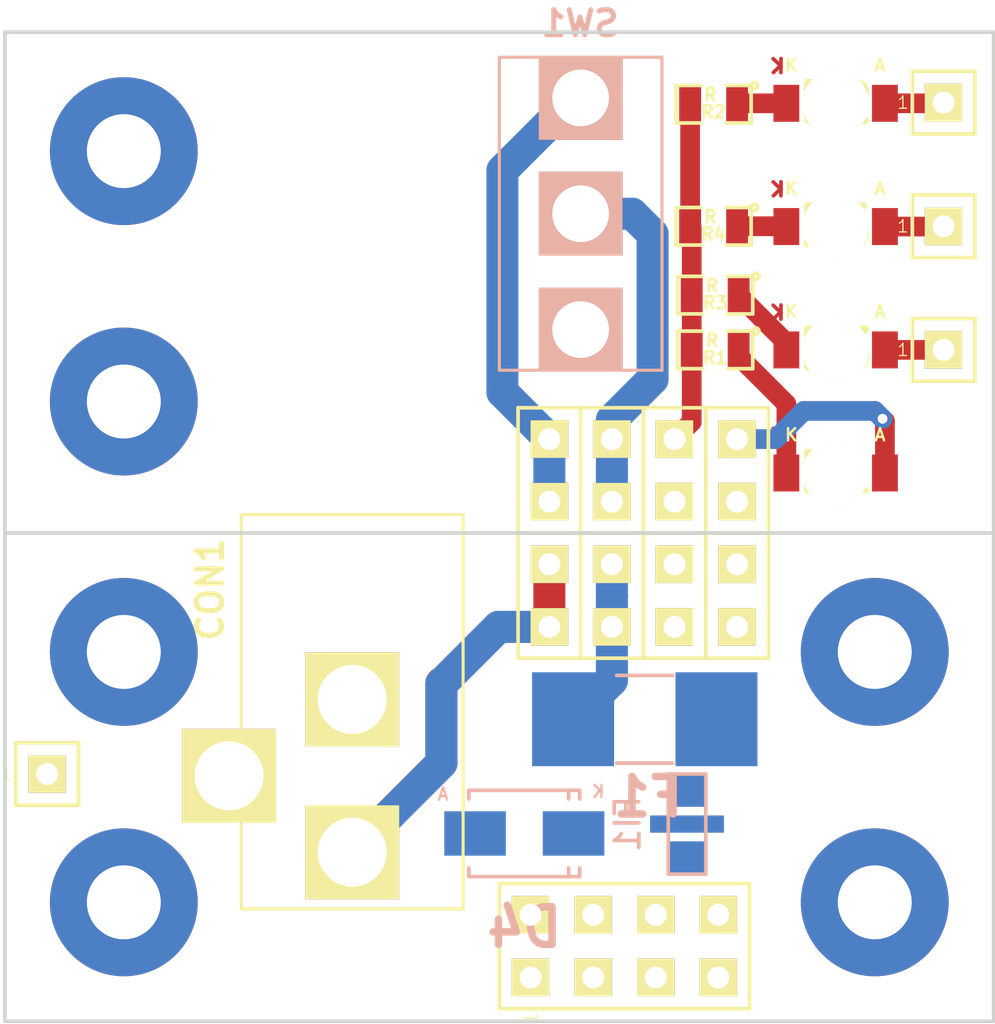
<source format=kicad_pcb>
(kicad_pcb (version 4) (host pcbnew 4.0.1-stable)

  (general
    (links 46)
    (no_connects 27)
    (area 0.178999 -40.461001 40.461001 -0.178999)
    (thickness 1.6)
    (drawings 5)
    (tracks 54)
    (zones 0)
    (modules 32)
    (nets 17)
  )

  (page A4)
  (layers
    (0 F.Cu signal)
    (31 B.Cu signal)
    (32 B.Adhes user)
    (33 F.Adhes user)
    (34 B.Paste user)
    (35 F.Paste user)
    (36 B.SilkS user)
    (37 F.SilkS user)
    (38 B.Mask user)
    (39 F.Mask user)
    (40 Dwgs.User user)
    (41 Cmts.User user)
    (42 Eco1.User user)
    (43 Eco2.User user)
    (44 Edge.Cuts user)
    (45 Margin user)
    (46 B.CrtYd user)
    (47 F.CrtYd user)
    (48 B.Fab user)
    (49 F.Fab user)
  )

  (setup
    (last_trace_width 1.3)
    (user_trace_width 0.6)
    (user_trace_width 0.7)
    (user_trace_width 0.8)
    (user_trace_width 1.3)
    (trace_clearance 0.2)
    (zone_clearance 0.508)
    (zone_45_only no)
    (trace_min 0.2)
    (segment_width 0.2)
    (edge_width 0.15)
    (via_size 0.6)
    (via_drill 0.4)
    (via_min_size 0.4)
    (via_min_drill 0.3)
    (uvia_size 0.3)
    (uvia_drill 0.1)
    (uvias_allowed no)
    (uvia_min_size 0.2)
    (uvia_min_drill 0.1)
    (pcb_text_width 0.3)
    (pcb_text_size 1.5 1.5)
    (mod_edge_width 0.15)
    (mod_text_size 1 1)
    (mod_text_width 0.15)
    (pad_size 1.524 1.524)
    (pad_drill 0.762)
    (pad_to_mask_clearance 0.2)
    (aux_axis_origin 0 0)
    (visible_elements FFFFFF7F)
    (pcbplotparams
      (layerselection 0x00030_80000001)
      (usegerberextensions false)
      (excludeedgelayer true)
      (linewidth 0.300000)
      (plotframeref false)
      (viasonmask false)
      (mode 1)
      (useauxorigin false)
      (hpglpennumber 1)
      (hpglpenspeed 20)
      (hpglpendiameter 15)
      (hpglpenoverlay 2)
      (psnegative false)
      (psa4output false)
      (plotreference true)
      (plotvalue true)
      (plotinvisibletext false)
      (padsonsilk false)
      (subtractmaskfromsilk false)
      (outputformat 1)
      (mirror false)
      (drillshape 1)
      (scaleselection 1)
      (outputdirectory ""))
  )

  (net 0 "")
  (net 1 GND)
  (net 2 "Net-(CON1-Pad3)")
  (net 3 "Net-(D1-Pad1)")
  (net 4 "Net-(D1-Pad2)")
  (net 5 "Net-(D2-Pad1)")
  (net 6 "Net-(D2-Pad2)")
  (net 7 "Net-(D3-Pad1)")
  (net 8 "Net-(D3-Pad2)")
  (net 9 "Net-(D4-Pad1)")
  (net 10 "Net-(F1-Pad1)")
  (net 11 "Net-(J2-Pad1)")
  (net 12 "Net-(J4-Pad1)")
  (net 13 VCC)
  (net 14 "Net-(D5-Pad1)")
  (net 15 "Net-(D5-Pad2)")
  (net 16 "Net-(CON1-Pad1)")

  (net_class Default "Toto je výchozí třída sítě."
    (clearance 0.2)
    (trace_width 0.25)
    (via_dia 0.6)
    (via_drill 0.4)
    (uvia_dia 0.3)
    (uvia_drill 0.1)
    (add_net GND)
    (add_net "Net-(CON1-Pad1)")
    (add_net "Net-(CON1-Pad3)")
    (add_net "Net-(D1-Pad1)")
    (add_net "Net-(D1-Pad2)")
    (add_net "Net-(D2-Pad1)")
    (add_net "Net-(D2-Pad2)")
    (add_net "Net-(D3-Pad1)")
    (add_net "Net-(D3-Pad2)")
    (add_net "Net-(D4-Pad1)")
    (add_net "Net-(D5-Pad1)")
    (add_net "Net-(D5-Pad2)")
    (add_net "Net-(F1-Pad1)")
    (add_net "Net-(J2-Pad1)")
    (add_net "Net-(J4-Pad1)")
    (add_net VCC)
  )

  (module Mlab_Pin_Headers:Straight_2x04 (layer F.Cu) (tedit 5535DB57) (tstamp 56BDABF1)
    (at 25.4 -3.302 90)
    (descr "pin header straight 2x04")
    (tags "pin header straight 2x04")
    (path /56BDAD1E)
    (fp_text reference J8 (at 0 -6.35 90) (layer F.SilkS) hide
      (effects (font (size 1.5 1.5) (thickness 0.15)))
    )
    (fp_text value JUMP_4X2 (at 0 6.35 90) (layer F.SilkS) hide
      (effects (font (size 1.5 1.5) (thickness 0.15)))
    )
    (fp_text user 1 (at -2.921 -3.81 90) (layer F.SilkS)
      (effects (font (size 0.5 0.5) (thickness 0.05)))
    )
    (fp_line (start -2.54 -5.08) (end 2.54 -5.08) (layer F.SilkS) (width 0.15))
    (fp_line (start 2.54 -5.08) (end 2.54 5.08) (layer F.SilkS) (width 0.15))
    (fp_line (start 2.54 5.08) (end -2.54 5.08) (layer F.SilkS) (width 0.15))
    (fp_line (start -2.54 5.08) (end -2.54 -5.08) (layer F.SilkS) (width 0.15))
    (pad 1 thru_hole rect (at -1.27 -3.81 90) (size 1.524 1.524) (drill 0.889) (layers *.Cu *.Mask F.SilkS)
      (net 1 GND))
    (pad 2 thru_hole rect (at 1.27 -3.81 90) (size 1.524 1.524) (drill 0.889) (layers *.Cu *.Mask F.SilkS)
      (net 1 GND))
    (pad 3 thru_hole rect (at -1.27 -1.27 90) (size 1.524 1.524) (drill 0.889) (layers *.Cu *.Mask F.SilkS)
      (net 13 VCC))
    (pad 4 thru_hole rect (at 1.27 -1.27 90) (size 1.524 1.524) (drill 0.889) (layers *.Cu *.Mask F.SilkS)
      (net 13 VCC))
    (pad 5 thru_hole rect (at -1.27 1.27 90) (size 1.524 1.524) (drill 0.889) (layers *.Cu *.Mask F.SilkS)
      (net 13 VCC))
    (pad 6 thru_hole rect (at 1.27 1.27 90) (size 1.524 1.524) (drill 0.889) (layers *.Cu *.Mask F.SilkS)
      (net 13 VCC))
    (pad 7 thru_hole rect (at -1.27 3.81 90) (size 1.524 1.524) (drill 0.889) (layers *.Cu *.Mask F.SilkS)
      (net 1 GND))
    (pad 8 thru_hole rect (at 1.27 3.81 90) (size 1.524 1.524) (drill 0.889) (layers *.Cu *.Mask F.SilkS)
      (net 1 GND))
    (model Pin_Headers/Pin_Header_Straight_2x04.wrl
      (at (xyz 0 0 0))
      (scale (xyz 1 1 1))
      (rotate (xyz 0 0 90))
    )
  )

  (module Mlab_CON:DC2,1MM placed (layer F.Cu) (tedit 556585CC) (tstamp 56BDAB96)
    (at 14.351 -10.922 90)
    (tags "DC2,1MM nap. konektor")
    (path /56BDACD7)
    (fp_text reference CON1 (at 6.8453 -5.7658 90) (layer F.SilkS)
      (effects (font (size 1.016 1.016) (thickness 0.2032)))
    )
    (fp_text value JACK_DC2.1 (at 2.2225 3.5433 90) (layer F.SilkS) hide
      (effects (font (size 1.016 1.016) (thickness 0.2032)))
    )
    (fp_line (start 9.89 -4.5) (end -6.11 -4.5) (layer F.SilkS) (width 0.127))
    (fp_line (start 9.89 4.5) (end 9.89 -4.5) (layer F.SilkS) (width 0.127))
    (fp_line (start -6.11 4.5) (end 9.89 4.5) (layer F.SilkS) (width 0.127))
    (fp_line (start -6.11 -4.5) (end -6.11 4.5) (layer F.SilkS) (width 0.127))
    (pad 2 thru_hole rect (at 2.39 0 90) (size 3.81 3.81) (drill 2.8) (layers *.Cu *.Mask F.SilkS)
      (net 1 GND))
    (pad 1 thru_hole rect (at -3.81 0 90) (size 3.81 3.81) (drill 2.8) (layers *.Cu *.Mask F.SilkS)
      (net 16 "Net-(CON1-Pad1)"))
    (pad 3 thru_hole rect (at -0.71 -5 90) (size 3.81 3.81) (drill 2.8) (layers *.Cu *.Mask F.SilkS)
      (net 2 "Net-(CON1-Pad3)"))
  )

  (module Mlab_L:FIR1 (layer B.Cu) (tedit 54BBE5C1) (tstamp 56BDABBE)
    (at 27.94 -8.255 270)
    (path /56BDAF4D)
    (fp_text reference FI1 (at 0 2.413 270) (layer B.SilkS)
      (effects (font (size 1 1) (thickness 0.15)) (justify mirror))
    )
    (fp_text value EMI_FILTER (at 2.794 -1.905 270) (layer B.SilkS) hide
      (effects (font (size 1 1) (thickness 0.15)) (justify mirror))
    )
    (fp_line (start -2.032 0.762) (end 2.032 0.762) (layer B.SilkS) (width 0.15))
    (fp_line (start 2.032 0.762) (end 2.032 -0.762) (layer B.SilkS) (width 0.15))
    (fp_line (start 2.032 -0.762) (end -2.032 -0.762) (layer B.SilkS) (width 0.15))
    (fp_line (start -2.032 -0.762) (end -2.032 0.762) (layer B.SilkS) (width 0.15))
    (fp_line (start -2.032 0.762) (end -2.032 0.635) (layer B.SilkS) (width 0.15))
    (pad 1 smd rect (at -1.35 0 270) (size 1.3 1.5) (layers B.Cu B.Paste B.Mask)
      (net 9 "Net-(D4-Pad1)"))
    (pad 2 smd rect (at 0 0 270) (size 0.7 3) (layers B.Cu B.Paste B.Mask)
      (net 1 GND))
    (pad 3 smd rect (at 1.35 0 270) (size 1.3 1.5) (layers B.Cu B.Paste B.Mask)
      (net 13 VCC))
    (model MLAB_3D/Resistors/chip_cms.wrl
      (at (xyz 0 0 0))
      (scale (xyz 0.13 0.13 0.13))
      (rotate (xyz 0 0 0))
    )
  )

  (module Mlab_Pin_Headers:Straight_1x02 (layer F.Cu) (tedit 5535DB0D) (tstamp 56BDABC4)
    (at 22.352 -17.526)
    (descr "pin header straight 1x02")
    (tags "pin header straight 1x02")
    (path /56BDBD4C)
    (fp_text reference J1 (at 0 -3.81) (layer F.SilkS) hide
      (effects (font (size 1.5 1.5) (thickness 0.15)))
    )
    (fp_text value CONN1_2 (at 0 3.81) (layer F.SilkS) hide
      (effects (font (size 1.5 1.5) (thickness 0.15)))
    )
    (fp_text user 1 (at -1.651 -1.27) (layer F.SilkS) hide
      (effects (font (size 0.5 0.5) (thickness 0.05)))
    )
    (fp_line (start -1.27 -2.54) (end 1.27 -2.54) (layer F.SilkS) (width 0.15))
    (fp_line (start 1.27 -2.54) (end 1.27 2.54) (layer F.SilkS) (width 0.15))
    (fp_line (start 1.27 2.54) (end -1.27 2.54) (layer F.SilkS) (width 0.15))
    (fp_line (start -1.27 2.54) (end -1.27 -2.54) (layer F.SilkS) (width 0.15))
    (pad 2 thru_hole rect (at 0 1.27) (size 1.524 1.524) (drill 0.889) (layers *.Cu *.Mask F.SilkS)
      (net 16 "Net-(CON1-Pad1)"))
    (pad 1 thru_hole rect (at 0 -1.27) (size 1.524 1.524) (drill 0.889) (layers *.Cu *.Mask F.SilkS)
      (net 16 "Net-(CON1-Pad1)"))
    (model Pin_Headers/Pin_Header_Straight_1x02.wrl
      (at (xyz 0 0 0))
      (scale (xyz 1 1 1))
      (rotate (xyz 0 0 90))
    )
  )

  (module Mlab_Pin_Headers:Straight_1x02 (layer F.Cu) (tedit 5535DB0D) (tstamp 56BDABCA)
    (at 22.352 -22.606)
    (descr "pin header straight 1x02")
    (tags "pin header straight 1x02")
    (path /56BDBDFC)
    (fp_text reference J2 (at 0 -3.81) (layer F.SilkS) hide
      (effects (font (size 1.5 1.5) (thickness 0.15)))
    )
    (fp_text value CONN1_2 (at 0 3.81) (layer F.SilkS) hide
      (effects (font (size 1.5 1.5) (thickness 0.15)))
    )
    (fp_text user 1 (at -1.651 -1.27) (layer F.SilkS) hide
      (effects (font (size 0.5 0.5) (thickness 0.05)))
    )
    (fp_line (start -1.27 -2.54) (end 1.27 -2.54) (layer F.SilkS) (width 0.15))
    (fp_line (start 1.27 -2.54) (end 1.27 2.54) (layer F.SilkS) (width 0.15))
    (fp_line (start 1.27 2.54) (end -1.27 2.54) (layer F.SilkS) (width 0.15))
    (fp_line (start -1.27 2.54) (end -1.27 -2.54) (layer F.SilkS) (width 0.15))
    (pad 2 thru_hole rect (at 0 1.27) (size 1.524 1.524) (drill 0.889) (layers *.Cu *.Mask F.SilkS)
      (net 11 "Net-(J2-Pad1)"))
    (pad 1 thru_hole rect (at 0 -1.27) (size 1.524 1.524) (drill 0.889) (layers *.Cu *.Mask F.SilkS)
      (net 11 "Net-(J2-Pad1)"))
    (model Pin_Headers/Pin_Header_Straight_1x02.wrl
      (at (xyz 0 0 0))
      (scale (xyz 1 1 1))
      (rotate (xyz 0 0 90))
    )
  )

  (module Mlab_Pin_Headers:Straight_1x02 (layer F.Cu) (tedit 5535DB0D) (tstamp 56BDABD5)
    (at 24.892 -22.606)
    (descr "pin header straight 1x02")
    (tags "pin header straight 1x02")
    (path /56BDC2C5)
    (fp_text reference J4 (at 0 -3.81) (layer F.SilkS) hide
      (effects (font (size 1.5 1.5) (thickness 0.15)))
    )
    (fp_text value CONN1_2 (at 0 3.81) (layer F.SilkS) hide
      (effects (font (size 1.5 1.5) (thickness 0.15)))
    )
    (fp_text user 1 (at -1.651 -1.27) (layer F.SilkS) hide
      (effects (font (size 0.5 0.5) (thickness 0.05)))
    )
    (fp_line (start -1.27 -2.54) (end 1.27 -2.54) (layer F.SilkS) (width 0.15))
    (fp_line (start 1.27 -2.54) (end 1.27 2.54) (layer F.SilkS) (width 0.15))
    (fp_line (start 1.27 2.54) (end -1.27 2.54) (layer F.SilkS) (width 0.15))
    (fp_line (start -1.27 2.54) (end -1.27 -2.54) (layer F.SilkS) (width 0.15))
    (pad 2 thru_hole rect (at 0 1.27) (size 1.524 1.524) (drill 0.889) (layers *.Cu *.Mask F.SilkS)
      (net 12 "Net-(J4-Pad1)"))
    (pad 1 thru_hole rect (at 0 -1.27) (size 1.524 1.524) (drill 0.889) (layers *.Cu *.Mask F.SilkS)
      (net 12 "Net-(J4-Pad1)"))
    (model Pin_Headers/Pin_Header_Straight_1x02.wrl
      (at (xyz 0 0 0))
      (scale (xyz 1 1 1))
      (rotate (xyz 0 0 90))
    )
  )

  (module Mlab_Pin_Headers:Straight_1x02 (layer F.Cu) (tedit 5535DB0D) (tstamp 56BDABDB)
    (at 24.892 -17.526)
    (descr "pin header straight 1x02")
    (tags "pin header straight 1x02")
    (path /56BDC320)
    (fp_text reference J5 (at 0 -3.81) (layer F.SilkS) hide
      (effects (font (size 1.5 1.5) (thickness 0.15)))
    )
    (fp_text value CONN1_2 (at 0 3.81) (layer F.SilkS) hide
      (effects (font (size 1.5 1.5) (thickness 0.15)))
    )
    (fp_text user 1 (at -1.651 -1.27) (layer F.SilkS) hide
      (effects (font (size 0.5 0.5) (thickness 0.05)))
    )
    (fp_line (start -1.27 -2.54) (end 1.27 -2.54) (layer F.SilkS) (width 0.15))
    (fp_line (start 1.27 -2.54) (end 1.27 2.54) (layer F.SilkS) (width 0.15))
    (fp_line (start 1.27 2.54) (end -1.27 2.54) (layer F.SilkS) (width 0.15))
    (fp_line (start -1.27 2.54) (end -1.27 -2.54) (layer F.SilkS) (width 0.15))
    (pad 2 thru_hole rect (at 0 1.27) (size 1.524 1.524) (drill 0.889) (layers *.Cu *.Mask F.SilkS)
      (net 10 "Net-(F1-Pad1)"))
    (pad 1 thru_hole rect (at 0 -1.27) (size 1.524 1.524) (drill 0.889) (layers *.Cu *.Mask F.SilkS)
      (net 10 "Net-(F1-Pad1)"))
    (model Pin_Headers/Pin_Header_Straight_1x02.wrl
      (at (xyz 0 0 0))
      (scale (xyz 1 1 1))
      (rotate (xyz 0 0 90))
    )
  )

  (module Mlab_Pin_Headers:Straight_1x01 (layer F.Cu) (tedit 568A4984) (tstamp 56BDABE0)
    (at 38.354 -37.5285)
    (descr "pin header straight 1x01")
    (tags "pin header straight 1x01")
    (path /56BDD62A)
    (fp_text reference J6 (at 0 -2.54) (layer F.SilkS) hide
      (effects (font (size 1.5 1.5) (thickness 0.15)))
    )
    (fp_text value CONN1_1 (at 0 2.54) (layer F.SilkS) hide
      (effects (font (size 1.5 1.5) (thickness 0.15)))
    )
    (fp_text user 1 (at -1.651 0) (layer F.SilkS)
      (effects (font (size 0.5 0.5) (thickness 0.05)))
    )
    (fp_line (start -1.27 -1.27) (end 1.27 -1.27) (layer F.SilkS) (width 0.15))
    (fp_line (start 1.27 -1.27) (end 1.27 1.27) (layer F.SilkS) (width 0.15))
    (fp_line (start 1.27 1.27) (end -1.27 1.27) (layer F.SilkS) (width 0.15))
    (fp_line (start -1.27 1.27) (end -1.27 -1.27) (layer F.SilkS) (width 0.15))
    (pad 1 thru_hole rect (at 0 0) (size 1.524 1.524) (drill 0.889) (layers *.Cu *.Mask F.SilkS)
      (net 6 "Net-(D2-Pad2)"))
    (model Pin_Headers/Pin_Header_Straight_1x01.wrl
      (at (xyz 0 0 0))
      (scale (xyz 1 1 1))
      (rotate (xyz 0 0 90))
    )
  )

  (module Mlab_Pin_Headers:Straight_1x01 (layer F.Cu) (tedit 568A4984) (tstamp 56BDABE5)
    (at 38.354 -27.4955)
    (descr "pin header straight 1x01")
    (tags "pin header straight 1x01")
    (path /56BDD67C)
    (fp_text reference J7 (at 0 -2.54) (layer F.SilkS) hide
      (effects (font (size 1.5 1.5) (thickness 0.15)))
    )
    (fp_text value CONN1_1 (at 0 2.54) (layer F.SilkS) hide
      (effects (font (size 1.5 1.5) (thickness 0.15)))
    )
    (fp_text user 1 (at -1.651 0) (layer F.SilkS)
      (effects (font (size 0.5 0.5) (thickness 0.05)))
    )
    (fp_line (start -1.27 -1.27) (end 1.27 -1.27) (layer F.SilkS) (width 0.15))
    (fp_line (start 1.27 -1.27) (end 1.27 1.27) (layer F.SilkS) (width 0.15))
    (fp_line (start 1.27 1.27) (end -1.27 1.27) (layer F.SilkS) (width 0.15))
    (fp_line (start -1.27 1.27) (end -1.27 -1.27) (layer F.SilkS) (width 0.15))
    (pad 1 thru_hole rect (at 0 0) (size 1.524 1.524) (drill 0.889) (layers *.Cu *.Mask F.SilkS)
      (net 8 "Net-(D3-Pad2)"))
    (model Pin_Headers/Pin_Header_Straight_1x01.wrl
      (at (xyz 0 0 0))
      (scale (xyz 1 1 1))
      (rotate (xyz 0 0 90))
    )
  )

  (module Mlab_R:SMD-0805 (layer F.Cu) (tedit 54799E0C) (tstamp 56BDABF7)
    (at 29.083 -27.4955 180)
    (path /56BDD471)
    (attr smd)
    (fp_text reference R1 (at 0 -0.3175 180) (layer F.SilkS)
      (effects (font (size 0.50038 0.50038) (thickness 0.10922)))
    )
    (fp_text value R (at 0.127 0.381 180) (layer F.SilkS)
      (effects (font (size 0.50038 0.50038) (thickness 0.10922)))
    )
    (fp_circle (center -1.651 0.762) (end -1.651 0.635) (layer F.SilkS) (width 0.15))
    (fp_line (start -0.508 0.762) (end -1.524 0.762) (layer F.SilkS) (width 0.15))
    (fp_line (start -1.524 0.762) (end -1.524 -0.762) (layer F.SilkS) (width 0.15))
    (fp_line (start -1.524 -0.762) (end -0.508 -0.762) (layer F.SilkS) (width 0.15))
    (fp_line (start 0.508 -0.762) (end 1.524 -0.762) (layer F.SilkS) (width 0.15))
    (fp_line (start 1.524 -0.762) (end 1.524 0.762) (layer F.SilkS) (width 0.15))
    (fp_line (start 1.524 0.762) (end 0.508 0.762) (layer F.SilkS) (width 0.15))
    (pad 1 smd rect (at -0.9525 0 180) (size 0.889 1.397) (layers F.Cu F.Paste F.Mask)
      (net 3 "Net-(D1-Pad1)"))
    (pad 2 smd rect (at 0.9525 0 180) (size 0.889 1.397) (layers F.Cu F.Paste F.Mask)
      (net 1 GND))
    (model MLAB_3D/Resistors/chip_cms.wrl
      (at (xyz 0 0 0))
      (scale (xyz 0.1 0.1 0.1))
      (rotate (xyz 0 0 0))
    )
  )

  (module Mlab_R:SMD-0805 (layer F.Cu) (tedit 54799E0C) (tstamp 56BDABFD)
    (at 29.0195 -37.465 180)
    (path /56BDD507)
    (attr smd)
    (fp_text reference R2 (at 0 -0.3175 180) (layer F.SilkS)
      (effects (font (size 0.50038 0.50038) (thickness 0.10922)))
    )
    (fp_text value R (at 0.127 0.381 180) (layer F.SilkS)
      (effects (font (size 0.50038 0.50038) (thickness 0.10922)))
    )
    (fp_circle (center -1.651 0.762) (end -1.651 0.635) (layer F.SilkS) (width 0.15))
    (fp_line (start -0.508 0.762) (end -1.524 0.762) (layer F.SilkS) (width 0.15))
    (fp_line (start -1.524 0.762) (end -1.524 -0.762) (layer F.SilkS) (width 0.15))
    (fp_line (start -1.524 -0.762) (end -0.508 -0.762) (layer F.SilkS) (width 0.15))
    (fp_line (start 0.508 -0.762) (end 1.524 -0.762) (layer F.SilkS) (width 0.15))
    (fp_line (start 1.524 -0.762) (end 1.524 0.762) (layer F.SilkS) (width 0.15))
    (fp_line (start 1.524 0.762) (end 0.508 0.762) (layer F.SilkS) (width 0.15))
    (pad 1 smd rect (at -0.9525 0 180) (size 0.889 1.397) (layers F.Cu F.Paste F.Mask)
      (net 5 "Net-(D2-Pad1)"))
    (pad 2 smd rect (at 0.9525 0 180) (size 0.889 1.397) (layers F.Cu F.Paste F.Mask)
      (net 1 GND))
    (model MLAB_3D/Resistors/chip_cms.wrl
      (at (xyz 0 0 0))
      (scale (xyz 0.1 0.1 0.1))
      (rotate (xyz 0 0 0))
    )
  )

  (module Mlab_R:SMD-0805 (layer F.Cu) (tedit 54799E0C) (tstamp 56BDAC03)
    (at 29.083 -29.718 180)
    (path /56BDD55D)
    (attr smd)
    (fp_text reference R3 (at 0 -0.3175 180) (layer F.SilkS)
      (effects (font (size 0.50038 0.50038) (thickness 0.10922)))
    )
    (fp_text value R (at 0.127 0.381 180) (layer F.SilkS)
      (effects (font (size 0.50038 0.50038) (thickness 0.10922)))
    )
    (fp_circle (center -1.651 0.762) (end -1.651 0.635) (layer F.SilkS) (width 0.15))
    (fp_line (start -0.508 0.762) (end -1.524 0.762) (layer F.SilkS) (width 0.15))
    (fp_line (start -1.524 0.762) (end -1.524 -0.762) (layer F.SilkS) (width 0.15))
    (fp_line (start -1.524 -0.762) (end -0.508 -0.762) (layer F.SilkS) (width 0.15))
    (fp_line (start 0.508 -0.762) (end 1.524 -0.762) (layer F.SilkS) (width 0.15))
    (fp_line (start 1.524 -0.762) (end 1.524 0.762) (layer F.SilkS) (width 0.15))
    (fp_line (start 1.524 0.762) (end 0.508 0.762) (layer F.SilkS) (width 0.15))
    (pad 1 smd rect (at -0.9525 0 180) (size 0.889 1.397) (layers F.Cu F.Paste F.Mask)
      (net 7 "Net-(D3-Pad1)"))
    (pad 2 smd rect (at 0.9525 0 180) (size 0.889 1.397) (layers F.Cu F.Paste F.Mask)
      (net 1 GND))
    (model MLAB_3D/Resistors/chip_cms.wrl
      (at (xyz 0 0 0))
      (scale (xyz 0.1 0.1 0.1))
      (rotate (xyz 0 0 0))
    )
  )

  (module Mlab_SW:Prepinaci_3A_SL19121 placed (layer B.Cu) (tedit 556578F7) (tstamp 56BDAC0A)
    (at 23.622 -33.02 180)
    (tags "Prepinaci tlacitko 3A")
    (path /56BDAD73)
    (fp_text reference SW1 (at 0.0254 7.7216 180) (layer B.SilkS)
      (effects (font (size 1.016 1.016) (thickness 0.2032)) (justify mirror))
    )
    (fp_text value Prepinac (at -4.5593 0.2667 450) (layer B.SilkS) hide
      (effects (font (size 1.016 1.016) (thickness 0.2032)) (justify mirror))
    )
    (fp_line (start -3.3 6.35) (end 3.3 6.35) (layer B.SilkS) (width 0.127))
    (fp_line (start 3.3 6.35) (end 3.3 -6.35) (layer B.SilkS) (width 0.127))
    (fp_line (start 3.3 -6.35) (end -3.3 -6.35) (layer B.SilkS) (width 0.127))
    (fp_line (start -3.3 6.35) (end -3.3 -6.35) (layer B.SilkS) (width 0.127))
    (pad 3 thru_hole rect (at 0 -4.7 180) (size 3.4 3.4) (drill 2.3) (layers *.Cu *.Mask B.SilkS))
    (pad 2 thru_hole rect (at 0 0 180) (size 3.4 3.4) (drill 2.3) (layers *.Cu *.Mask B.SilkS)
      (net 12 "Net-(J4-Pad1)"))
    (pad 1 thru_hole rect (at 0 4.7 180) (size 3.4 3.4) (drill 2.3) (layers *.Cu *.Mask B.SilkS)
      (net 11 "Net-(J2-Pad1)"))
  )

  (module Mlab_Mechanical:MountingHole_3mm placed (layer F.Cu) (tedit 5535DB2C) (tstamp 56BDAD5B)
    (at 35.56 -15.24)
    (descr "Mounting hole, Befestigungsbohrung, 3mm, No Annular, Kein Restring,")
    (tags "Mounting hole, Befestigungsbohrung, 3mm, No Annular, Kein Restring,")
    (path /56BDDE25)
    (fp_text reference M1 (at 0 -4.191) (layer F.SilkS) hide
      (effects (font (thickness 0.3048)))
    )
    (fp_text value HOLE (at 0 4.191) (layer F.SilkS) hide
      (effects (font (thickness 0.3048)))
    )
    (fp_circle (center 0 0) (end 2.99974 0) (layer Cmts.User) (width 0.381))
    (pad 1 thru_hole circle (at 0 0) (size 6 6) (drill 3) (layers *.Cu *.Adhes *.Mask)
      (net 1 GND) (clearance 1) (zone_connect 2))
  )

  (module Mlab_Mechanical:MountingHole_3mm placed (layer F.Cu) (tedit 5535DB2C) (tstamp 56BDAD60)
    (at 5.08 -15.24)
    (descr "Mounting hole, Befestigungsbohrung, 3mm, No Annular, Kein Restring,")
    (tags "Mounting hole, Befestigungsbohrung, 3mm, No Annular, Kein Restring,")
    (path /56BDE01E)
    (fp_text reference M2 (at 0 -4.191) (layer F.SilkS) hide
      (effects (font (thickness 0.3048)))
    )
    (fp_text value HOLE (at 0 4.191) (layer F.SilkS) hide
      (effects (font (thickness 0.3048)))
    )
    (fp_circle (center 0 0) (end 2.99974 0) (layer Cmts.User) (width 0.381))
    (pad 1 thru_hole circle (at 0 0) (size 6 6) (drill 3) (layers *.Cu *.Adhes *.Mask)
      (net 1 GND) (clearance 1) (zone_connect 2))
  )

  (module Mlab_Mechanical:MountingHole_3mm placed (layer F.Cu) (tedit 5535DB2C) (tstamp 56BDAD65)
    (at 35.56 -5.08)
    (descr "Mounting hole, Befestigungsbohrung, 3mm, No Annular, Kein Restring,")
    (tags "Mounting hole, Befestigungsbohrung, 3mm, No Annular, Kein Restring,")
    (path /56BDE185)
    (fp_text reference M3 (at 0 -4.191) (layer F.SilkS) hide
      (effects (font (thickness 0.3048)))
    )
    (fp_text value HOLE (at 0 4.191) (layer F.SilkS) hide
      (effects (font (thickness 0.3048)))
    )
    (fp_circle (center 0 0) (end 2.99974 0) (layer Cmts.User) (width 0.381))
    (pad 1 thru_hole circle (at 0 0) (size 6 6) (drill 3) (layers *.Cu *.Adhes *.Mask)
      (net 1 GND) (clearance 1) (zone_connect 2))
  )

  (module Mlab_Mechanical:MountingHole_3mm placed (layer F.Cu) (tedit 5535DB2C) (tstamp 56BDAD6A)
    (at 5.08 -5.08)
    (descr "Mounting hole, Befestigungsbohrung, 3mm, No Annular, Kein Restring,")
    (tags "Mounting hole, Befestigungsbohrung, 3mm, No Annular, Kein Restring,")
    (path /56BDE12B)
    (fp_text reference M4 (at 0 -4.191) (layer F.SilkS) hide
      (effects (font (thickness 0.3048)))
    )
    (fp_text value HOLE (at 0 4.191) (layer F.SilkS) hide
      (effects (font (thickness 0.3048)))
    )
    (fp_circle (center 0 0) (end 2.99974 0) (layer Cmts.User) (width 0.381))
    (pad 1 thru_hole circle (at 0 0) (size 6 6) (drill 3) (layers *.Cu *.Adhes *.Mask)
      (net 1 GND) (clearance 1) (zone_connect 2))
  )

  (module Mlab_Mechanical:MountingHole_3mm placed (layer F.Cu) (tedit 5535DB2C) (tstamp 56BDB02B)
    (at 5.08 -25.4)
    (descr "Mounting hole, Befestigungsbohrung, 3mm, No Annular, Kein Restring,")
    (tags "Mounting hole, Befestigungsbohrung, 3mm, No Annular, Kein Restring,")
    (path /56BDF5DC)
    (fp_text reference M5 (at 0 -4.191) (layer F.SilkS) hide
      (effects (font (thickness 0.3048)))
    )
    (fp_text value HOLE (at 0 4.191) (layer F.SilkS) hide
      (effects (font (thickness 0.3048)))
    )
    (fp_circle (center 0 0) (end 2.99974 0) (layer Cmts.User) (width 0.381))
    (pad 1 thru_hole circle (at 0 0) (size 6 6) (drill 3) (layers *.Cu *.Adhes *.Mask)
      (net 1 GND) (clearance 1) (zone_connect 2))
  )

  (module Mlab_Mechanical:MountingHole_3mm placed (layer F.Cu) (tedit 5535DB2C) (tstamp 56BDB03A)
    (at 5.08 -35.56)
    (descr "Mounting hole, Befestigungsbohrung, 3mm, No Annular, Kein Restring,")
    (tags "Mounting hole, Befestigungsbohrung, 3mm, No Annular, Kein Restring,")
    (path /56BDF5E8)
    (fp_text reference M8 (at 0 -4.191) (layer F.SilkS) hide
      (effects (font (thickness 0.3048)))
    )
    (fp_text value HOLE (at 0 4.191) (layer F.SilkS) hide
      (effects (font (thickness 0.3048)))
    )
    (fp_circle (center 0 0) (end 2.99974 0) (layer Cmts.User) (width 0.381))
    (pad 1 thru_hole circle (at 0 0) (size 6 6) (drill 3) (layers *.Cu *.Adhes *.Mask)
      (net 1 GND) (clearance 1) (zone_connect 2))
  )

  (module Mlab_Pin_Headers:Straight_1x01 (layer F.Cu) (tedit 568A4984) (tstamp 56BDB1FA)
    (at 38.354 -32.512)
    (descr "pin header straight 1x01")
    (tags "pin header straight 1x01")
    (path /56BE4D28)
    (fp_text reference J12 (at 0 -2.54) (layer F.SilkS) hide
      (effects (font (size 1.5 1.5) (thickness 0.15)))
    )
    (fp_text value CONN1_1 (at 0 2.54) (layer F.SilkS) hide
      (effects (font (size 1.5 1.5) (thickness 0.15)))
    )
    (fp_text user 1 (at -1.651 0) (layer F.SilkS)
      (effects (font (size 0.5 0.5) (thickness 0.05)))
    )
    (fp_line (start -1.27 -1.27) (end 1.27 -1.27) (layer F.SilkS) (width 0.15))
    (fp_line (start 1.27 -1.27) (end 1.27 1.27) (layer F.SilkS) (width 0.15))
    (fp_line (start 1.27 1.27) (end -1.27 1.27) (layer F.SilkS) (width 0.15))
    (fp_line (start -1.27 1.27) (end -1.27 -1.27) (layer F.SilkS) (width 0.15))
    (pad 1 thru_hole rect (at 0 0) (size 1.524 1.524) (drill 0.889) (layers *.Cu *.Mask F.SilkS)
      (net 15 "Net-(D5-Pad2)"))
    (model Pin_Headers/Pin_Header_Straight_1x01.wrl
      (at (xyz 0 0 0))
      (scale (xyz 1 1 1))
      (rotate (xyz 0 0 90))
    )
  )

  (module Mlab_R:SMD-0805 (layer F.Cu) (tedit 54799E0C) (tstamp 56BDB200)
    (at 29.0195 -32.512 180)
    (path /56BE4DA0)
    (attr smd)
    (fp_text reference R4 (at 0 -0.3175 180) (layer F.SilkS)
      (effects (font (size 0.50038 0.50038) (thickness 0.10922)))
    )
    (fp_text value R (at 0.127 0.381 180) (layer F.SilkS)
      (effects (font (size 0.50038 0.50038) (thickness 0.10922)))
    )
    (fp_circle (center -1.651 0.762) (end -1.651 0.635) (layer F.SilkS) (width 0.15))
    (fp_line (start -0.508 0.762) (end -1.524 0.762) (layer F.SilkS) (width 0.15))
    (fp_line (start -1.524 0.762) (end -1.524 -0.762) (layer F.SilkS) (width 0.15))
    (fp_line (start -1.524 -0.762) (end -0.508 -0.762) (layer F.SilkS) (width 0.15))
    (fp_line (start 0.508 -0.762) (end 1.524 -0.762) (layer F.SilkS) (width 0.15))
    (fp_line (start 1.524 -0.762) (end 1.524 0.762) (layer F.SilkS) (width 0.15))
    (fp_line (start 1.524 0.762) (end 0.508 0.762) (layer F.SilkS) (width 0.15))
    (pad 1 smd rect (at -0.9525 0 180) (size 0.889 1.397) (layers F.Cu F.Paste F.Mask)
      (net 14 "Net-(D5-Pad1)"))
    (pad 2 smd rect (at 0.9525 0 180) (size 0.889 1.397) (layers F.Cu F.Paste F.Mask)
      (net 1 GND))
    (model MLAB_3D/Resistors/chip_cms.wrl
      (at (xyz 0 0 0))
      (scale (xyz 0.1 0.1 0.1))
      (rotate (xyz 0 0 0))
    )
  )

  (module Mlab_D:LED_1206 (layer F.Cu) (tedit 56BDB304) (tstamp 56BDB390)
    (at 33.9725 -22.5 180)
    (descr "Diode Mini-MELF Standard")
    (tags "Diode Mini-MELF Standard")
    (path /56BDC95C)
    (attr smd)
    (fp_text reference D1 (at 0 0 180) (layer F.SilkS)
      (effects (font (thickness 0.3048)))
    )
    (fp_text value LED (at 0 3.81 180) (layer F.SilkS) hide
      (effects (font (thickness 0.3048)))
    )
    (fp_line (start 2.21488 1.50622) (end 2.53492 1.81102) (layer F.Cu) (width 0.15))
    (fp_line (start 2.25298 1.52146) (end 2.5273 1.24968) (layer F.Cu) (width 0.15))
    (fp_line (start 2.2225 1.24968) (end 2.21742 1.81864) (layer F.Cu) (width 0.15))
    (fp_text user A (at -1.80086 1.5494 180) (layer F.SilkS)
      (effects (font (size 0.50038 0.50038) (thickness 0.09906)))
    )
    (fp_text user K (at 1.80086 1.5494 180) (layer F.SilkS)
      (effects (font (size 0.50038 0.50038) (thickness 0.09906)))
    )
    (pad 2 smd rect (at -2 0 180) (size 1.05 1.5) (layers F.Cu F.Paste F.Mask)
      (net 4 "Net-(D1-Pad2)"))
    (pad 1 smd rect (at 2 0 180) (size 1.05 1.5) (layers F.Cu F.Paste F.Mask)
      (net 3 "Net-(D1-Pad1)"))
    (pad "" np_thru_hole circle (at 0 0 180) (size 2.7 2.7) (drill 2.7) (layers *.Cu *.Mask F.SilkS))
    (model MLAB_3D/Diodes/MiniMELF_DO213AA.wrl
      (at (xyz 0 0 0))
      (scale (xyz 0.3937 0.3937 0.3937))
      (rotate (xyz 0 0 0))
    )
  )

  (module Mlab_D:LED_1206 (layer F.Cu) (tedit 56BDB304) (tstamp 56BDB397)
    (at 33.9725 -37.5 180)
    (descr "Diode Mini-MELF Standard")
    (tags "Diode Mini-MELF Standard")
    (path /56BDCB9C)
    (attr smd)
    (fp_text reference D2 (at 0 0 180) (layer F.SilkS)
      (effects (font (thickness 0.3048)))
    )
    (fp_text value LED (at 0 3.81 180) (layer F.SilkS) hide
      (effects (font (thickness 0.3048)))
    )
    (fp_line (start 2.21488 1.50622) (end 2.53492 1.81102) (layer F.Cu) (width 0.15))
    (fp_line (start 2.25298 1.52146) (end 2.5273 1.24968) (layer F.Cu) (width 0.15))
    (fp_line (start 2.2225 1.24968) (end 2.21742 1.81864) (layer F.Cu) (width 0.15))
    (fp_text user A (at -1.80086 1.5494 180) (layer F.SilkS)
      (effects (font (size 0.50038 0.50038) (thickness 0.09906)))
    )
    (fp_text user K (at 1.80086 1.5494 180) (layer F.SilkS)
      (effects (font (size 0.50038 0.50038) (thickness 0.09906)))
    )
    (pad 2 smd rect (at -2 0 180) (size 1.05 1.5) (layers F.Cu F.Paste F.Mask)
      (net 6 "Net-(D2-Pad2)"))
    (pad 1 smd rect (at 2 0 180) (size 1.05 1.5) (layers F.Cu F.Paste F.Mask)
      (net 5 "Net-(D2-Pad1)"))
    (pad "" np_thru_hole circle (at 0 0 180) (size 2.7 2.7) (drill 2.7) (layers *.Cu *.Mask F.SilkS))
    (model MLAB_3D/Diodes/MiniMELF_DO213AA.wrl
      (at (xyz 0 0 0))
      (scale (xyz 0.3937 0.3937 0.3937))
      (rotate (xyz 0 0 0))
    )
  )

  (module Mlab_D:LED_1206 (layer F.Cu) (tedit 56BDB304) (tstamp 56BDB39E)
    (at 33.9725 -27.4955 180)
    (descr "Diode Mini-MELF Standard")
    (tags "Diode Mini-MELF Standard")
    (path /56BDCBDE)
    (attr smd)
    (fp_text reference D3 (at 0 0 180) (layer F.SilkS)
      (effects (font (thickness 0.3048)))
    )
    (fp_text value LED (at 0 3.81 180) (layer F.SilkS) hide
      (effects (font (thickness 0.3048)))
    )
    (fp_line (start 2.21488 1.50622) (end 2.53492 1.81102) (layer F.Cu) (width 0.15))
    (fp_line (start 2.25298 1.52146) (end 2.5273 1.24968) (layer F.Cu) (width 0.15))
    (fp_line (start 2.2225 1.24968) (end 2.21742 1.81864) (layer F.Cu) (width 0.15))
    (fp_text user A (at -1.80086 1.5494 180) (layer F.SilkS)
      (effects (font (size 0.50038 0.50038) (thickness 0.09906)))
    )
    (fp_text user K (at 1.80086 1.5494 180) (layer F.SilkS)
      (effects (font (size 0.50038 0.50038) (thickness 0.09906)))
    )
    (pad 2 smd rect (at -2 0 180) (size 1.05 1.5) (layers F.Cu F.Paste F.Mask)
      (net 8 "Net-(D3-Pad2)"))
    (pad 1 smd rect (at 2 0 180) (size 1.05 1.5) (layers F.Cu F.Paste F.Mask)
      (net 7 "Net-(D3-Pad1)"))
    (pad "" np_thru_hole circle (at 0 0 180) (size 2.7 2.7) (drill 2.7) (layers *.Cu *.Mask F.SilkS))
    (model MLAB_3D/Diodes/MiniMELF_DO213AA.wrl
      (at (xyz 0 0 0))
      (scale (xyz 0.3937 0.3937 0.3937))
      (rotate (xyz 0 0 0))
    )
  )

  (module Mlab_D:Diode-SMA_Standard (layer B.Cu) (tedit 56BDB339) (tstamp 56BDB3A4)
    (at 21.336 -7.874)
    (descr "Diode SMA")
    (tags "Diode SMA")
    (path /56BDAC90)
    (attr smd)
    (fp_text reference D4 (at 0 3.81) (layer B.SilkS)
      (effects (font (thickness 0.3048)) (justify mirror))
    )
    (fp_text value D (at 0 -3.81) (layer B.SilkS) hide
      (effects (font (thickness 0.3048)) (justify mirror))
    )
    (fp_text user A (at -3.29946 -1.6002) (layer B.SilkS)
      (effects (font (size 0.50038 0.50038) (thickness 0.09906)) (justify mirror))
    )
    (fp_text user K (at 2.99974 -1.69926) (layer B.SilkS)
      (effects (font (size 0.50038 0.50038) (thickness 0.09906)) (justify mirror))
    )
    (fp_circle (center 0 0) (end 0.20066 0.0508) (layer B.Adhes) (width 0.381))
    (fp_line (start 1.80086 -1.75006) (end 1.80086 -1.39954) (layer B.SilkS) (width 0.15))
    (fp_line (start 1.80086 1.75006) (end 1.80086 1.39954) (layer B.SilkS) (width 0.15))
    (fp_line (start 2.25044 -1.75006) (end 2.25044 -1.39954) (layer B.SilkS) (width 0.15))
    (fp_line (start -2.25044 -1.75006) (end -2.25044 -1.39954) (layer B.SilkS) (width 0.15))
    (fp_line (start -2.25044 1.75006) (end -2.25044 1.39954) (layer B.SilkS) (width 0.15))
    (fp_line (start 2.25044 1.75006) (end 2.25044 1.39954) (layer B.SilkS) (width 0.15))
    (fp_line (start -2.25044 -1.75006) (end 2.25044 -1.75006) (layer B.SilkS) (width 0.15))
    (fp_line (start -2.25044 1.75006) (end 2.25044 1.75006) (layer B.SilkS) (width 0.15))
    (pad 2 smd rect (at -1.99898 0) (size 2.49936 1.80086) (layers B.Cu B.Paste B.Mask)
      (net 1 GND))
    (pad 1 smd rect (at 1.99898 0) (size 2.49936 1.80086) (layers B.Cu B.Paste B.Mask)
      (net 9 "Net-(D4-Pad1)"))
    (model MLAB_3D/Diodes/SMA.wrl
      (at (xyz 0 0 0))
      (scale (xyz 0.3937 0.3937 0.3937))
      (rotate (xyz 0 0 0))
    )
  )

  (module Mlab_D:LED_1206 (layer F.Cu) (tedit 56BDB304) (tstamp 56BDB3AB)
    (at 33.9725 -32.5 180)
    (descr "Diode Mini-MELF Standard")
    (tags "Diode Mini-MELF Standard")
    (path /56BE4CAF)
    (attr smd)
    (fp_text reference D5 (at 0 0 180) (layer F.SilkS)
      (effects (font (thickness 0.3048)))
    )
    (fp_text value LED (at 0 3.81 180) (layer F.SilkS) hide
      (effects (font (thickness 0.3048)))
    )
    (fp_line (start 2.21488 1.50622) (end 2.53492 1.81102) (layer F.Cu) (width 0.15))
    (fp_line (start 2.25298 1.52146) (end 2.5273 1.24968) (layer F.Cu) (width 0.15))
    (fp_line (start 2.2225 1.24968) (end 2.21742 1.81864) (layer F.Cu) (width 0.15))
    (fp_text user A (at -1.80086 1.5494 180) (layer F.SilkS)
      (effects (font (size 0.50038 0.50038) (thickness 0.09906)))
    )
    (fp_text user K (at 1.80086 1.5494 180) (layer F.SilkS)
      (effects (font (size 0.50038 0.50038) (thickness 0.09906)))
    )
    (pad 2 smd rect (at -2 0 180) (size 1.05 1.5) (layers F.Cu F.Paste F.Mask)
      (net 15 "Net-(D5-Pad2)"))
    (pad 1 smd rect (at 2 0 180) (size 1.05 1.5) (layers F.Cu F.Paste F.Mask)
      (net 14 "Net-(D5-Pad1)"))
    (pad "" np_thru_hole circle (at 0 0 180) (size 2.7 2.7) (drill 2.7) (layers *.Cu *.Mask F.SilkS))
    (model MLAB_3D/Diodes/MiniMELF_DO213AA.wrl
      (at (xyz 0 0 0))
      (scale (xyz 0.3937 0.3937 0.3937))
      (rotate (xyz 0 0 0))
    )
  )

  (module Mlab_Pin_Headers:Straight_1x02 (layer F.Cu) (tedit 5535DB0D) (tstamp 56BDB851)
    (at 29.972 -17.526)
    (descr "pin header straight 1x02")
    (tags "pin header straight 1x02")
    (path /56BE75A7)
    (fp_text reference J3 (at 0 -3.81) (layer F.SilkS) hide
      (effects (font (size 1.5 1.5) (thickness 0.15)))
    )
    (fp_text value JUMP_2x1 (at 0 3.81) (layer F.SilkS) hide
      (effects (font (size 1.5 1.5) (thickness 0.15)))
    )
    (fp_text user 1 (at -1.651 -1.27) (layer F.SilkS) hide
      (effects (font (size 0.5 0.5) (thickness 0.05)))
    )
    (fp_line (start -1.27 -2.54) (end 1.27 -2.54) (layer F.SilkS) (width 0.15))
    (fp_line (start 1.27 -2.54) (end 1.27 2.54) (layer F.SilkS) (width 0.15))
    (fp_line (start 1.27 2.54) (end -1.27 2.54) (layer F.SilkS) (width 0.15))
    (fp_line (start -1.27 2.54) (end -1.27 -2.54) (layer F.SilkS) (width 0.15))
    (pad 2 thru_hole rect (at 0 1.27) (size 1.524 1.524) (drill 0.889) (layers *.Cu *.Mask F.SilkS)
      (net 13 VCC))
    (pad 1 thru_hole rect (at 0 -1.27) (size 1.524 1.524) (drill 0.889) (layers *.Cu *.Mask F.SilkS)
      (net 13 VCC))
    (model Pin_Headers/Pin_Header_Straight_1x02.wrl
      (at (xyz 0 0 0))
      (scale (xyz 1 1 1))
      (rotate (xyz 0 0 90))
    )
  )

  (module Mlab_Pin_Headers:Straight_1x02 (layer F.Cu) (tedit 5535DB0D) (tstamp 56BDB856)
    (at 29.972 -22.606)
    (descr "pin header straight 1x02")
    (tags "pin header straight 1x02")
    (path /56BE7F53)
    (fp_text reference J9 (at 0 -3.81) (layer F.SilkS) hide
      (effects (font (size 1.5 1.5) (thickness 0.15)))
    )
    (fp_text value JUMP_2x1 (at 0 3.81) (layer F.SilkS) hide
      (effects (font (size 1.5 1.5) (thickness 0.15)))
    )
    (fp_text user 1 (at -1.651 -1.27) (layer F.SilkS) hide
      (effects (font (size 0.5 0.5) (thickness 0.05)))
    )
    (fp_line (start -1.27 -2.54) (end 1.27 -2.54) (layer F.SilkS) (width 0.15))
    (fp_line (start 1.27 -2.54) (end 1.27 2.54) (layer F.SilkS) (width 0.15))
    (fp_line (start 1.27 2.54) (end -1.27 2.54) (layer F.SilkS) (width 0.15))
    (fp_line (start -1.27 2.54) (end -1.27 -2.54) (layer F.SilkS) (width 0.15))
    (pad 2 thru_hole rect (at 0 1.27) (size 1.524 1.524) (drill 0.889) (layers *.Cu *.Mask F.SilkS)
      (net 4 "Net-(D1-Pad2)"))
    (pad 1 thru_hole rect (at 0 -1.27) (size 1.524 1.524) (drill 0.889) (layers *.Cu *.Mask F.SilkS)
      (net 4 "Net-(D1-Pad2)"))
    (model Pin_Headers/Pin_Header_Straight_1x02.wrl
      (at (xyz 0 0 0))
      (scale (xyz 1 1 1))
      (rotate (xyz 0 0 90))
    )
  )

  (module Mlab_Pin_Headers:Straight_1x02 (layer F.Cu) (tedit 5535DB0D) (tstamp 56BDB85B)
    (at 27.432 -22.606)
    (descr "pin header straight 1x02")
    (tags "pin header straight 1x02")
    (path /56BE8722)
    (fp_text reference J10 (at 0 -3.81) (layer F.SilkS) hide
      (effects (font (size 1.5 1.5) (thickness 0.15)))
    )
    (fp_text value JUMP_2x1 (at 0 3.81) (layer F.SilkS) hide
      (effects (font (size 1.5 1.5) (thickness 0.15)))
    )
    (fp_text user 1 (at -1.651 -1.27) (layer F.SilkS) hide
      (effects (font (size 0.5 0.5) (thickness 0.05)))
    )
    (fp_line (start -1.27 -2.54) (end 1.27 -2.54) (layer F.SilkS) (width 0.15))
    (fp_line (start 1.27 -2.54) (end 1.27 2.54) (layer F.SilkS) (width 0.15))
    (fp_line (start 1.27 2.54) (end -1.27 2.54) (layer F.SilkS) (width 0.15))
    (fp_line (start -1.27 2.54) (end -1.27 -2.54) (layer F.SilkS) (width 0.15))
    (pad 2 thru_hole rect (at 0 1.27) (size 1.524 1.524) (drill 0.889) (layers *.Cu *.Mask F.SilkS)
      (net 1 GND))
    (pad 1 thru_hole rect (at 0 -1.27) (size 1.524 1.524) (drill 0.889) (layers *.Cu *.Mask F.SilkS)
      (net 1 GND))
    (model Pin_Headers/Pin_Header_Straight_1x02.wrl
      (at (xyz 0 0 0))
      (scale (xyz 1 1 1))
      (rotate (xyz 0 0 90))
    )
  )

  (module Mlab_Pin_Headers:Straight_1x02 (layer F.Cu) (tedit 5535DB0D) (tstamp 56BDB860)
    (at 27.432 -17.526)
    (descr "pin header straight 1x02")
    (tags "pin header straight 1x02")
    (path /56BE8B70)
    (fp_text reference J11 (at 0 -3.81) (layer F.SilkS) hide
      (effects (font (size 1.5 1.5) (thickness 0.15)))
    )
    (fp_text value JUMP_2x1 (at 0 3.81) (layer F.SilkS) hide
      (effects (font (size 1.5 1.5) (thickness 0.15)))
    )
    (fp_text user 1 (at -1.651 -1.27) (layer F.SilkS) hide
      (effects (font (size 0.5 0.5) (thickness 0.05)))
    )
    (fp_line (start -1.27 -2.54) (end 1.27 -2.54) (layer F.SilkS) (width 0.15))
    (fp_line (start 1.27 -2.54) (end 1.27 2.54) (layer F.SilkS) (width 0.15))
    (fp_line (start 1.27 2.54) (end -1.27 2.54) (layer F.SilkS) (width 0.15))
    (fp_line (start -1.27 2.54) (end -1.27 -2.54) (layer F.SilkS) (width 0.15))
    (pad 2 thru_hole rect (at 0 1.27) (size 1.524 1.524) (drill 0.889) (layers *.Cu *.Mask F.SilkS)
      (net 1 GND))
    (pad 1 thru_hole rect (at 0 -1.27) (size 1.524 1.524) (drill 0.889) (layers *.Cu *.Mask F.SilkS)
      (net 1 GND))
    (model Pin_Headers/Pin_Header_Straight_1x02.wrl
      (at (xyz 0 0 0))
      (scale (xyz 1 1 1))
      (rotate (xyz 0 0 90))
    )
  )

  (module Mlab_F:Drzak_2410 (layer B.Cu) (tedit 564C162A) (tstamp 56BDB8EA)
    (at 26.2255 -12.5095)
    (descr "F 2410 s držákem")
    (tags "F 2410 s držákem")
    (path /56BDAD90)
    (attr smd)
    (fp_text reference F1 (at 0.13462 3.15468) (layer B.SilkS)
      (effects (font (thickness 0.3048)) (justify mirror))
    )
    (fp_text value F_Small (at 0 -3.81) (layer B.SilkS) hide
      (effects (font (thickness 0.3048)) (justify mirror))
    )
    (fp_line (start -1.143 -1.778) (end 1.143 -1.778) (layer B.SilkS) (width 0.15))
    (fp_line (start -1.143 1.778) (end 1.143 1.778) (layer B.SilkS) (width 0.15))
    (pad 1 smd rect (at -2.91 0) (size 3.33 3.81) (layers B.Cu B.Paste B.Mask)
      (net 10 "Net-(F1-Pad1)"))
    (pad 2 smd rect (at 2.91 0) (size 3.33 3.81) (layers B.Cu B.Paste B.Mask)
      (net 9 "Net-(D4-Pad1)"))
    (model MLAB_3D/Diodes/MiniMELF_DO213AA.wrl
      (at (xyz 0 0 0))
      (scale (xyz 0.3937 0.3937 0.3937))
      (rotate (xyz 0 0 0))
    )
  )

  (module Mlab_Pin_Headers:Straight_1x01 (layer F.Cu) (tedit 568A4984) (tstamp 56BDB947)
    (at 1.9685 -10.287)
    (descr "pin header straight 1x01")
    (tags "pin header straight 1x01")
    (path /56BECABC)
    (fp_text reference J13 (at 0 -2.54) (layer F.SilkS) hide
      (effects (font (size 1.5 1.5) (thickness 0.15)))
    )
    (fp_text value CONN1_1 (at 0 2.54) (layer F.SilkS) hide
      (effects (font (size 1.5 1.5) (thickness 0.15)))
    )
    (fp_text user 1 (at -1.651 0) (layer F.SilkS)
      (effects (font (size 0.5 0.5) (thickness 0.05)))
    )
    (fp_line (start -1.27 -1.27) (end 1.27 -1.27) (layer F.SilkS) (width 0.15))
    (fp_line (start 1.27 -1.27) (end 1.27 1.27) (layer F.SilkS) (width 0.15))
    (fp_line (start 1.27 1.27) (end -1.27 1.27) (layer F.SilkS) (width 0.15))
    (fp_line (start -1.27 1.27) (end -1.27 -1.27) (layer F.SilkS) (width 0.15))
    (pad 1 thru_hole rect (at 0 0) (size 1.524 1.524) (drill 0.889) (layers *.Cu *.Mask F.SilkS)
      (net 2 "Net-(CON1-Pad3)"))
    (model Pin_Headers/Pin_Header_Straight_1x01.wrl
      (at (xyz 0 0 0))
      (scale (xyz 1 1 1))
      (rotate (xyz 0 0 90))
    )
  )

  (gr_line (start 0.254 -20.066) (end 40.386 -20.066) (angle 90) (layer Edge.Cuts) (width 0.15))
  (gr_line (start 0.254 -40.386) (end 0.254 -0.254) (angle 90) (layer Edge.Cuts) (width 0.15))
  (gr_line (start 40.386 -40.386) (end 0.254 -40.386) (angle 90) (layer Edge.Cuts) (width 0.15))
  (gr_line (start 40.386 -0.254) (end 40.386 -40.386) (angle 90) (layer Edge.Cuts) (width 0.15))
  (gr_line (start 0.254 -0.254) (end 40.386 -0.254) (angle 90) (layer Edge.Cuts) (width 0.15))

  (segment (start 28.067 -32.512) (end 28.067 -37.465) (width 0.8) (layer F.Cu) (net 1))
  (segment (start 28.1305 -29.718) (end 28.1305 -32.4485) (width 0.8) (layer F.Cu) (net 1))
  (segment (start 28.1305 -32.4485) (end 28.067 -32.512) (width 0.8) (layer F.Cu) (net 1))
  (segment (start 28.1305 -27.4955) (end 28.1305 -29.718) (width 0.8) (layer F.Cu) (net 1))
  (segment (start 28.1305 -27.4955) (end 28.1305 -24.5745) (width 0.8) (layer F.Cu) (net 1))
  (segment (start 28.1305 -24.5745) (end 27.432 -23.876) (width 0.8) (layer F.Cu) (net 1))
  (segment (start 30.0355 -27.4955) (end 30.0355 -27.2415) (width 0.8) (layer F.Cu) (net 3))
  (segment (start 30.0355 -27.2415) (end 31.9725 -25.3045) (width 0.8) (layer F.Cu) (net 3))
  (segment (start 31.9725 -25.3045) (end 31.9725 -24.05) (width 0.8) (layer F.Cu) (net 3))
  (segment (start 31.9725 -24.05) (end 31.9725 -22.5) (width 0.8) (layer F.Cu) (net 3))
  (segment (start 35.8775 -24.7015) (end 35.9725 -24.6065) (width 0.8) (layer F.Cu) (net 4))
  (segment (start 35.9725 -24.6065) (end 35.9725 -22.5) (width 0.8) (layer F.Cu) (net 4))
  (segment (start 32.677 -25.019) (end 35.56 -25.019) (width 0.8) (layer B.Cu) (net 4))
  (segment (start 35.56 -25.019) (end 35.8775 -24.7015) (width 0.8) (layer B.Cu) (net 4))
  (via (at 35.8775 -24.7015) (size 0.6) (drill 0.4) (layers F.Cu B.Cu) (net 4))
  (segment (start 29.972 -23.876) (end 31.534 -23.876) (width 0.8) (layer B.Cu) (net 4))
  (segment (start 31.534 -23.876) (end 32.677 -25.019) (width 0.8) (layer B.Cu) (net 4))
  (segment (start 31.9725 -37.5) (end 30.007 -37.5) (width 0.8) (layer F.Cu) (net 5))
  (segment (start 30.007 -37.5) (end 29.972 -37.465) (width 0.8) (layer F.Cu) (net 5))
  (segment (start 35.9725 -37.5) (end 38.3255 -37.5) (width 0.8) (layer F.Cu) (net 6))
  (segment (start 38.3255 -37.5) (end 38.354 -37.5285) (width 0.8) (layer F.Cu) (net 6))
  (segment (start 30.0355 -29.718) (end 31.9725 -27.781) (width 0.8) (layer F.Cu) (net 7))
  (segment (start 31.9725 -27.781) (end 31.9725 -27.4955) (width 0.8) (layer F.Cu) (net 7))
  (segment (start 35.9725 -27.4955) (end 38.354 -27.4955) (width 0.8) (layer F.Cu) (net 8))
  (segment (start 24.892 -18.796) (end 24.892 -17.526) (width 1.3) (layer B.Cu) (net 10))
  (segment (start 24.892 -16.256) (end 24.892 -17.526) (width 1.3) (layer B.Cu) (net 10))
  (segment (start 23.3155 -12.5095) (end 24.892 -14.086) (width 1.3) (layer B.Cu) (net 10))
  (segment (start 24.892 -14.086) (end 24.892 -16.256) (width 1.3) (layer B.Cu) (net 10))
  (segment (start 20.447 -34.775002) (end 20.447 -25.781) (width 1.3) (layer B.Cu) (net 11))
  (segment (start 23.622 -37.72) (end 23.391998 -37.72) (width 1.3) (layer B.Cu) (net 11))
  (segment (start 23.391998 -37.72) (end 20.447 -34.775002) (width 1.3) (layer B.Cu) (net 11))
  (segment (start 22.352 -23.876) (end 20.447 -25.781) (width 1.3) (layer B.Cu) (net 11))
  (segment (start 22.352 -21.336) (end 22.352 -23.876) (width 1.3) (layer B.Cu) (net 11))
  (segment (start 26.543 -32.1945) (end 25.7175 -33.02) (width 1.3) (layer B.Cu) (net 12))
  (segment (start 25.7175 -33.02) (end 23.622 -33.02) (width 1.3) (layer B.Cu) (net 12))
  (segment (start 26.543 -26.310998) (end 26.543 -32.1945) (width 1.3) (layer B.Cu) (net 12))
  (segment (start 24.892 -23.876) (end 24.892 -24.659998) (width 1.3) (layer B.Cu) (net 12))
  (segment (start 24.892 -24.659998) (end 26.543 -26.310998) (width 1.3) (layer B.Cu) (net 12))
  (segment (start 24.892 -21.336) (end 24.892 -23.876) (width 1.3) (layer B.Cu) (net 12))
  (segment (start 29.972 -32.512) (end 31.9605 -32.512) (width 0.8) (layer F.Cu) (net 14))
  (segment (start 31.9605 -32.512) (end 31.9725 -32.5) (width 0.8) (layer F.Cu) (net 14))
  (segment (start 35.9725 -32.5) (end 38.342 -32.5) (width 0.8) (layer F.Cu) (net 15))
  (segment (start 38.342 -32.5) (end 38.354 -32.512) (width 0.8) (layer F.Cu) (net 15))
  (segment (start 22.352 -16.256) (end 22.352 -18.796) (width 1.3) (layer F.Cu) (net 16) (status C00000))
  (segment (start 17.9705 -13.97) (end 18.004 -13.97) (width 1.3) (layer F.Cu) (net 16))
  (segment (start 14.351 -7.112) (end 17.9705 -10.7315) (width 1.3) (layer F.Cu) (net 16))
  (segment (start 17.9705 -10.7315) (end 17.9705 -13.97) (width 1.3) (layer F.Cu) (net 16))
  (segment (start 20.29 -16.256) (end 19.147 -15.113) (width 1.3) (layer F.Cu) (net 16))
  (segment (start 20.29 -16.256) (end 22.352 -16.256) (width 1.3) (layer F.Cu) (net 16))
  (segment (start 18.004 -13.97) (end 19.147 -15.113) (width 1.3) (layer F.Cu) (net 16) (tstamp 56BDC4C8))
  (segment (start 17.9705 -10.7315) (end 17.9705 -13.9365) (width 1.3) (layer B.Cu) (net 16))
  (segment (start 17.9705 -13.9365) (end 20.29 -16.256) (width 1.3) (layer B.Cu) (net 16))
  (segment (start 20.29 -16.256) (end 22.352 -16.256) (width 1.3) (layer B.Cu) (net 16))
  (segment (start 14.351 -7.112) (end 17.9705 -10.7315) (width 1.3) (layer B.Cu) (net 16))

)

</source>
